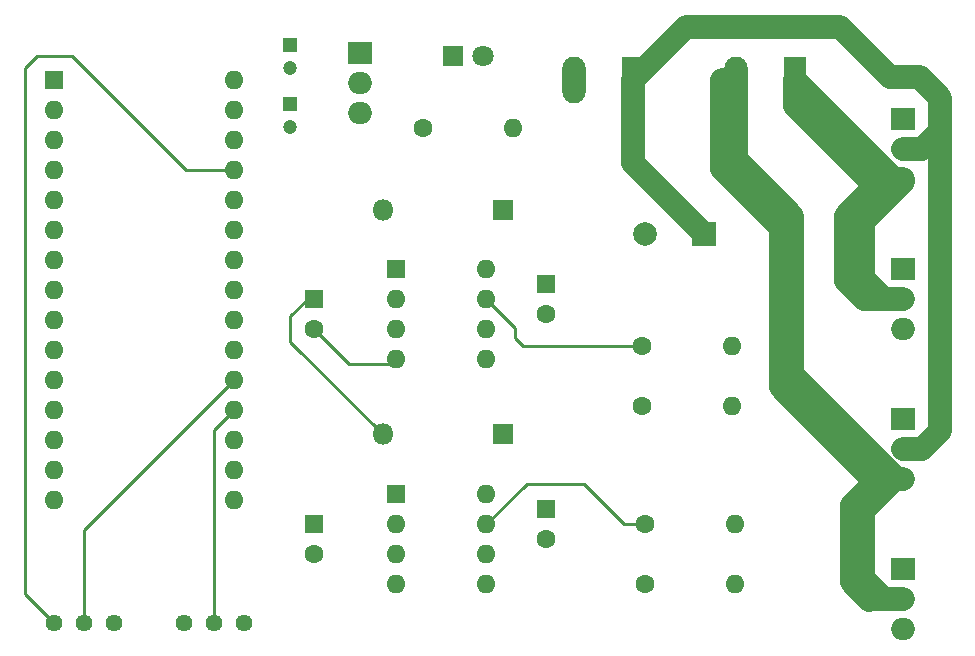
<source format=gbr>
%TF.GenerationSoftware,KiCad,Pcbnew,(5.1.12)-1*%
%TF.CreationDate,2021-12-01T17:34:03-08:00*%
%TF.ProjectId,inverter-stage,696e7665-7274-4657-922d-73746167652e,rev?*%
%TF.SameCoordinates,Original*%
%TF.FileFunction,Copper,L2,Bot*%
%TF.FilePolarity,Positive*%
%FSLAX46Y46*%
G04 Gerber Fmt 4.6, Leading zero omitted, Abs format (unit mm)*
G04 Created by KiCad (PCBNEW (5.1.12)-1) date 2021-12-01 17:34:03*
%MOMM*%
%LPD*%
G01*
G04 APERTURE LIST*
%TA.AperFunction,ComponentPad*%
%ADD10O,1.600000X1.600000*%
%TD*%
%TA.AperFunction,ComponentPad*%
%ADD11R,1.600000X1.600000*%
%TD*%
%TA.AperFunction,ComponentPad*%
%ADD12O,2.000000X1.905000*%
%TD*%
%TA.AperFunction,ComponentPad*%
%ADD13R,2.000000X1.905000*%
%TD*%
%TA.AperFunction,ComponentPad*%
%ADD14O,1.980000X3.960000*%
%TD*%
%TA.AperFunction,ComponentPad*%
%ADD15R,1.980000X3.960000*%
%TD*%
%TA.AperFunction,ComponentPad*%
%ADD16C,1.600000*%
%TD*%
%TA.AperFunction,ComponentPad*%
%ADD17C,1.440000*%
%TD*%
%TA.AperFunction,ComponentPad*%
%ADD18R,1.800000X1.800000*%
%TD*%
%TA.AperFunction,ComponentPad*%
%ADD19C,1.800000*%
%TD*%
%TA.AperFunction,ComponentPad*%
%ADD20R,2.000000X2.000000*%
%TD*%
%TA.AperFunction,ComponentPad*%
%ADD21C,2.000000*%
%TD*%
%TA.AperFunction,ComponentPad*%
%ADD22R,1.200000X1.200000*%
%TD*%
%TA.AperFunction,ComponentPad*%
%ADD23C,1.200000*%
%TD*%
%TA.AperFunction,ComponentPad*%
%ADD24O,1.800000X1.800000*%
%TD*%
%TA.AperFunction,Conductor*%
%ADD25C,0.250000*%
%TD*%
%TA.AperFunction,Conductor*%
%ADD26C,2.000000*%
%TD*%
G04 APERTURE END LIST*
D10*
%TO.P,A1,16*%
%TO.N,Net-(A1-Pad16)*%
X125240000Y-69560000D03*
%TO.P,A1,15*%
%TO.N,Net-(A1-Pad15)*%
X110000000Y-69560000D03*
%TO.P,A1,30*%
%TO.N,+9V*%
X125240000Y-34000000D03*
%TO.P,A1,14*%
%TO.N,SHUTDOWN*%
X110000000Y-67020000D03*
%TO.P,A1,29*%
%TO.N,GND*%
X125240000Y-36540000D03*
%TO.P,A1,13*%
%TO.N,SIG_B*%
X110000000Y-64480000D03*
%TO.P,A1,28*%
%TO.N,Net-(A1-Pad28)*%
X125240000Y-39080000D03*
%TO.P,A1,12*%
%TO.N,SIG_A*%
X110000000Y-61940000D03*
%TO.P,A1,27*%
%TO.N,+5V*%
X125240000Y-41620000D03*
%TO.P,A1,11*%
%TO.N,Net-(A1-Pad11)*%
X110000000Y-59400000D03*
%TO.P,A1,26*%
%TO.N,Net-(A1-Pad26)*%
X125240000Y-44160000D03*
%TO.P,A1,10*%
%TO.N,Net-(A1-Pad10)*%
X110000000Y-56860000D03*
%TO.P,A1,25*%
%TO.N,Net-(A1-Pad25)*%
X125240000Y-46700000D03*
%TO.P,A1,9*%
%TO.N,Net-(A1-Pad9)*%
X110000000Y-54320000D03*
%TO.P,A1,24*%
%TO.N,Net-(A1-Pad24)*%
X125240000Y-49240000D03*
%TO.P,A1,8*%
%TO.N,Net-(A1-Pad8)*%
X110000000Y-51780000D03*
%TO.P,A1,23*%
%TO.N,Net-(A1-Pad23)*%
X125240000Y-51780000D03*
%TO.P,A1,7*%
%TO.N,Net-(A1-Pad7)*%
X110000000Y-49240000D03*
%TO.P,A1,22*%
%TO.N,Net-(A1-Pad22)*%
X125240000Y-54320000D03*
%TO.P,A1,6*%
%TO.N,Net-(A1-Pad6)*%
X110000000Y-46700000D03*
%TO.P,A1,21*%
%TO.N,Net-(A1-Pad21)*%
X125240000Y-56860000D03*
%TO.P,A1,5*%
%TO.N,Net-(A1-Pad5)*%
X110000000Y-44160000D03*
%TO.P,A1,20*%
%TO.N,MOD_INDEX*%
X125240000Y-59400000D03*
%TO.P,A1,4*%
%TO.N,GND*%
X110000000Y-41620000D03*
%TO.P,A1,19*%
%TO.N,SPEED*%
X125240000Y-61940000D03*
%TO.P,A1,3*%
%TO.N,Net-(A1-Pad3)*%
X110000000Y-39080000D03*
%TO.P,A1,18*%
%TO.N,Net-(A1-Pad18)*%
X125240000Y-64480000D03*
%TO.P,A1,2*%
%TO.N,Net-(A1-Pad2)*%
X110000000Y-36540000D03*
%TO.P,A1,17*%
%TO.N,Net-(A1-Pad17)*%
X125240000Y-67020000D03*
D11*
%TO.P,A1,1*%
%TO.N,Net-(A1-Pad1)*%
X110000000Y-34000000D03*
%TD*%
D10*
%TO.P,U2,8*%
%TO.N,Net-(C4-Pad1)*%
X146590000Y-69088000D03*
%TO.P,U2,4*%
%TO.N,GND*%
X138970000Y-76708000D03*
%TO.P,U2,7*%
%TO.N,HO_B*%
X146590000Y-71628000D03*
%TO.P,U2,3*%
%TO.N,SHUTDOWN*%
X138970000Y-74168000D03*
%TO.P,U2,6*%
%TO.N,B*%
X146590000Y-74168000D03*
%TO.P,U2,2*%
%TO.N,SIG_B*%
X138970000Y-71628000D03*
%TO.P,U2,5*%
%TO.N,LO_B*%
X146590000Y-76708000D03*
D11*
%TO.P,U2,1*%
%TO.N,VDD*%
X138970000Y-69088000D03*
%TD*%
D10*
%TO.P,U1,8*%
%TO.N,Net-(C2-Pad1)*%
X146590000Y-50038000D03*
%TO.P,U1,4*%
%TO.N,GND*%
X138970000Y-57658000D03*
%TO.P,U1,7*%
%TO.N,HO_A*%
X146590000Y-52578000D03*
%TO.P,U1,3*%
%TO.N,SHUTDOWN*%
X138970000Y-55118000D03*
%TO.P,U1,6*%
%TO.N,A*%
X146590000Y-55118000D03*
%TO.P,U1,2*%
%TO.N,SIG_A*%
X138970000Y-52578000D03*
%TO.P,U1,5*%
%TO.N,LO_A*%
X146590000Y-57658000D03*
D11*
%TO.P,U1,1*%
%TO.N,VDD*%
X138970000Y-50038000D03*
%TD*%
D12*
%TO.P,Q4,3*%
%TO.N,GND*%
X181864000Y-80518000D03*
%TO.P,Q4,2*%
%TO.N,B*%
X181864000Y-77978000D03*
D13*
%TO.P,Q4,1*%
%TO.N,Net-(Q4-Pad1)*%
X181864000Y-75438000D03*
%TD*%
D12*
%TO.P,Q3,3*%
%TO.N,B*%
X181864000Y-67818000D03*
%TO.P,Q3,2*%
%TO.N,VDD*%
X181864000Y-65278000D03*
D13*
%TO.P,Q3,1*%
%TO.N,Net-(Q3-Pad1)*%
X181864000Y-62738000D03*
%TD*%
D12*
%TO.P,Q2,3*%
%TO.N,GND*%
X181864000Y-55118000D03*
%TO.P,Q2,2*%
%TO.N,A*%
X181864000Y-52578000D03*
D13*
%TO.P,Q2,1*%
%TO.N,Net-(Q2-Pad1)*%
X181864000Y-50038000D03*
%TD*%
D12*
%TO.P,Q1,3*%
%TO.N,A*%
X181864000Y-42418000D03*
%TO.P,Q1,2*%
%TO.N,VDD*%
X181864000Y-39878000D03*
D13*
%TO.P,Q1,1*%
%TO.N,Net-(Q1-Pad1)*%
X181864000Y-37338000D03*
%TD*%
D14*
%TO.P,J2,2*%
%TO.N,B*%
X167720000Y-34036000D03*
D15*
%TO.P,J2,1*%
%TO.N,A*%
X172720000Y-34036000D03*
%TD*%
D16*
%TO.P,C4,2*%
%TO.N,B*%
X151670000Y-72858000D03*
D11*
%TO.P,C4,1*%
%TO.N,Net-(C4-Pad1)*%
X151670000Y-70358000D03*
%TD*%
D16*
%TO.P,C3,2*%
%TO.N,GND*%
X132000000Y-74128000D03*
D11*
%TO.P,C3,1*%
%TO.N,VDD*%
X132000000Y-71628000D03*
%TD*%
D16*
%TO.P,C2,2*%
%TO.N,A*%
X151670000Y-53808000D03*
D11*
%TO.P,C2,1*%
%TO.N,Net-(C2-Pad1)*%
X151670000Y-51308000D03*
%TD*%
D16*
%TO.P,C1,2*%
%TO.N,GND*%
X132000000Y-55078000D03*
D11*
%TO.P,C1,1*%
%TO.N,VDD*%
X132000000Y-52578000D03*
%TD*%
D15*
%TO.P,J1,1*%
%TO.N,VDD*%
X159004000Y-34036000D03*
D14*
%TO.P,J1,2*%
%TO.N,GND*%
X154004000Y-34036000D03*
%TD*%
D17*
%TO.P,RV1,3*%
%TO.N,GND*%
X126080000Y-80000000D03*
%TO.P,RV1,2*%
%TO.N,SPEED*%
X123540000Y-80000000D03*
%TO.P,RV1,1*%
%TO.N,+5V*%
X121000000Y-80000000D03*
%TD*%
%TO.P,RV2,1*%
%TO.N,+5V*%
X110004000Y-80036000D03*
%TO.P,RV2,2*%
%TO.N,MOD_INDEX*%
X112544000Y-80036000D03*
%TO.P,RV2,3*%
%TO.N,GND*%
X115084000Y-80036000D03*
%TD*%
D18*
%TO.P,D3,1*%
%TO.N,GND*%
X143764000Y-32004000D03*
D19*
%TO.P,D3,2*%
%TO.N,Net-(D3-Pad2)*%
X146304000Y-32004000D03*
%TD*%
D13*
%TO.P,U3,1*%
%TO.N,VDD*%
X135890000Y-31750000D03*
D12*
%TO.P,U3,2*%
%TO.N,GND*%
X135890000Y-34290000D03*
%TO.P,U3,3*%
%TO.N,+9V*%
X135890000Y-36830000D03*
%TD*%
D16*
%TO.P,R1,1*%
%TO.N,HO_A*%
X159766000Y-56578000D03*
D10*
%TO.P,R1,2*%
%TO.N,Net-(Q1-Pad1)*%
X167386000Y-56578000D03*
%TD*%
%TO.P,R2,2*%
%TO.N,Net-(Q2-Pad1)*%
X167386000Y-61658000D03*
D16*
%TO.P,R2,1*%
%TO.N,LO_A*%
X159766000Y-61658000D03*
%TD*%
D10*
%TO.P,R3,2*%
%TO.N,Net-(Q3-Pad1)*%
X167640000Y-71628000D03*
D16*
%TO.P,R3,1*%
%TO.N,HO_B*%
X160020000Y-71628000D03*
%TD*%
%TO.P,R4,1*%
%TO.N,LO_B*%
X160020000Y-76708000D03*
D10*
%TO.P,R4,2*%
%TO.N,Net-(Q4-Pad1)*%
X167640000Y-76708000D03*
%TD*%
D16*
%TO.P,R5,1*%
%TO.N,+5V*%
X141224000Y-38100000D03*
D10*
%TO.P,R5,2*%
%TO.N,Net-(D3-Pad2)*%
X148844000Y-38100000D03*
%TD*%
D20*
%TO.P,C5,1*%
%TO.N,VDD*%
X165004000Y-47036000D03*
D21*
%TO.P,C5,2*%
%TO.N,GND*%
X160004000Y-47036000D03*
%TD*%
D22*
%TO.P,C6,1*%
%TO.N,VDD*%
X130004000Y-31036000D03*
D23*
%TO.P,C6,2*%
%TO.N,GND*%
X130004000Y-33036000D03*
%TD*%
%TO.P,C7,2*%
%TO.N,GND*%
X130004000Y-38036000D03*
D22*
%TO.P,C7,1*%
%TO.N,+9V*%
X130004000Y-36036000D03*
%TD*%
D18*
%TO.P,D1,1*%
%TO.N,Net-(C2-Pad1)*%
X148004000Y-45036000D03*
D24*
%TO.P,D1,2*%
%TO.N,VDD*%
X137844000Y-45036000D03*
%TD*%
%TO.P,D2,2*%
%TO.N,VDD*%
X137844000Y-64036000D03*
D18*
%TO.P,D2,1*%
%TO.N,Net-(C4-Pad1)*%
X148004000Y-64036000D03*
%TD*%
D25*
%TO.N,GND*%
X132000000Y-55078000D02*
X134958000Y-58036000D01*
X138592000Y-58036000D02*
X138970000Y-57658000D01*
X134958000Y-58036000D02*
X138592000Y-58036000D01*
%TO.N,VDD*%
X159004000Y-34036000D02*
X159004000Y-33996000D01*
D26*
X183436502Y-39878000D02*
X181864000Y-39878000D01*
X185004000Y-38310502D02*
X183436502Y-39878000D01*
X181883674Y-65278000D02*
X181873837Y-65268163D01*
X183436502Y-65278000D02*
X181883674Y-65278000D01*
X185004000Y-63710502D02*
X183436502Y-65278000D01*
X185004000Y-38310502D02*
X185004000Y-63710502D01*
X183268001Y-33800001D02*
X185004000Y-35536000D01*
X180768001Y-33800001D02*
X183268001Y-33800001D01*
X176504000Y-29536000D02*
X180768001Y-33800001D01*
X185004000Y-35536000D02*
X185004000Y-38310502D01*
X159004000Y-34036000D02*
X163504000Y-29536000D01*
X163504000Y-29536000D02*
X176504000Y-29536000D01*
D25*
X130004000Y-56196000D02*
X137844000Y-64036000D01*
X130004000Y-54036000D02*
X130004000Y-56196000D01*
X131462000Y-52578000D02*
X130004000Y-54036000D01*
X132000000Y-52578000D02*
X131462000Y-52578000D01*
D26*
X159004000Y-41036000D02*
X159004000Y-34036000D01*
X165004000Y-47036000D02*
X159004000Y-41036000D01*
%TO.N,A*%
X172720000Y-34249872D02*
X172720000Y-34036000D01*
X181864000Y-42418000D02*
X181864000Y-42676000D01*
X178504000Y-46036000D02*
X178504000Y-50790502D01*
X181102000Y-42418000D02*
X181864000Y-42418000D01*
X172720000Y-34036000D02*
X181102000Y-42418000D01*
X172720000Y-34036000D02*
X172720000Y-36252000D01*
X180254000Y-43786000D02*
X180254000Y-44286000D01*
X180254000Y-44286000D02*
X178504000Y-46036000D01*
X181864000Y-42676000D02*
X180254000Y-44286000D01*
X172720000Y-36252000D02*
X179504000Y-43036000D01*
X179504000Y-43036000D02*
X180254000Y-43786000D01*
X180291498Y-52578000D02*
X178504000Y-50790502D01*
X181864000Y-52578000D02*
X180291498Y-52578000D01*
X181864000Y-52578000D02*
X178546000Y-52578000D01*
X178546000Y-52578000D02*
X177004000Y-51036000D01*
X177004000Y-45536000D02*
X179504000Y-43036000D01*
X177004000Y-51036000D02*
X177004000Y-45536000D01*
%TO.N,B*%
X180291498Y-77978000D02*
X181864000Y-77978000D01*
X178504000Y-76190502D02*
X180291498Y-77978000D01*
X178504000Y-70536000D02*
X178504000Y-76190502D01*
X181222000Y-67818000D02*
X178504000Y-70536000D01*
X181864000Y-67818000D02*
X181222000Y-67818000D01*
X167720000Y-34036000D02*
X167720000Y-40752000D01*
X167720000Y-40752000D02*
X172504000Y-45536000D01*
X181312392Y-67818000D02*
X181864000Y-67818000D01*
X172504000Y-59009608D02*
X181312392Y-67818000D01*
X172504000Y-45536000D02*
X172504000Y-59009608D01*
X179062000Y-77978000D02*
X181864000Y-77978000D01*
X179004000Y-78036000D02*
X179062000Y-77978000D01*
X177504000Y-76536000D02*
X179004000Y-78036000D01*
X177504000Y-70036000D02*
X177504000Y-76536000D01*
X171504000Y-60036000D02*
X179504000Y-68036000D01*
X171504000Y-46536000D02*
X171504000Y-60036000D01*
X179504000Y-68036000D02*
X177504000Y-70036000D01*
X166504000Y-41536000D02*
X171504000Y-46536000D01*
X166504000Y-34036000D02*
X166504000Y-41536000D01*
X167720000Y-34036000D02*
X166504000Y-34036000D01*
D25*
%TO.N,HO_A*%
X159308000Y-57036000D02*
X159766000Y-56578000D01*
X149715002Y-56578000D02*
X149004000Y-55866998D01*
X159766000Y-56578000D02*
X149715002Y-56578000D01*
X149004000Y-54992000D02*
X146590000Y-52578000D01*
X149004000Y-55866998D02*
X149004000Y-54992000D01*
%TO.N,HO_B*%
X146590000Y-71628000D02*
X150004000Y-68214000D01*
X150004000Y-68214000D02*
X154826000Y-68214000D01*
X158240000Y-71628000D02*
X160020000Y-71628000D01*
X154826000Y-68214000D02*
X158240000Y-71628000D01*
%TO.N,+5V*%
X107500000Y-77532000D02*
X110004000Y-80036000D01*
X107500000Y-33000000D02*
X107500000Y-77532000D01*
X108500000Y-32000000D02*
X107500000Y-33000000D01*
X111500000Y-32000000D02*
X108500000Y-32000000D01*
X121120000Y-41620000D02*
X111500000Y-32000000D01*
X125240000Y-41620000D02*
X121120000Y-41620000D01*
%TO.N,MOD_INDEX*%
X113500000Y-71140000D02*
X125240000Y-59400000D01*
X112544000Y-72096000D02*
X113500000Y-71140000D01*
X112544000Y-80036000D02*
X112544000Y-72096000D01*
%TO.N,SPEED*%
X123540000Y-63640000D02*
X123540000Y-80000000D01*
X125240000Y-61940000D02*
X123540000Y-63640000D01*
%TD*%
M02*

</source>
